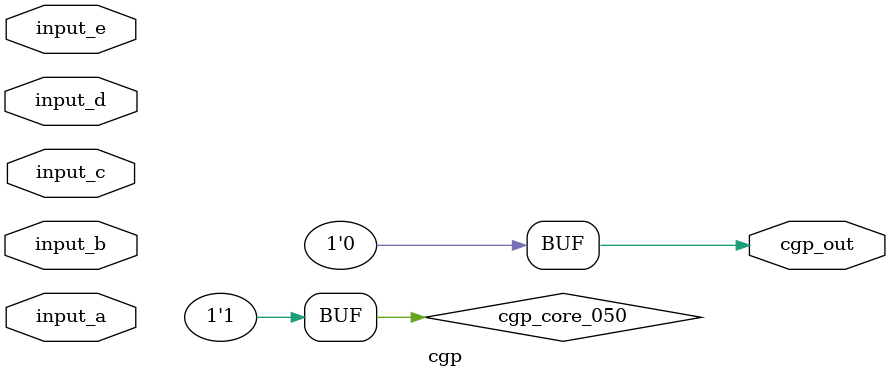
<source format=v>
module cgp(input [1:0] input_a, input [1:0] input_b, input [1:0] input_c, input [1:0] input_d, input [1:0] input_e, output [0:0] cgp_out);
  wire cgp_core_012;
  wire cgp_core_014;
  wire cgp_core_018;
  wire cgp_core_023_not;
  wire cgp_core_024;
  wire cgp_core_026;
  wire cgp_core_027;
  wire cgp_core_030;
  wire cgp_core_031;
  wire cgp_core_032;
  wire cgp_core_034;
  wire cgp_core_037;
  wire cgp_core_038;
  wire cgp_core_039;
  wire cgp_core_040;
  wire cgp_core_042;
  wire cgp_core_043;
  wire cgp_core_045;
  wire cgp_core_046;
  wire cgp_core_048;
  wire cgp_core_049;
  wire cgp_core_050;
  wire cgp_core_054_not;

  assign cgp_core_012 = ~input_b[0];
  assign cgp_core_014 = input_c[0] & input_a[0];
  assign cgp_core_018 = input_c[0] | input_a[0];
  assign cgp_core_023_not = ~input_d[0];
  assign cgp_core_024 = ~(input_c[1] | input_c[0]);
  assign cgp_core_026 = ~(input_d[1] | input_e[1]);
  assign cgp_core_027 = ~(input_b[0] ^ input_a[0]);
  assign cgp_core_030 = ~(input_d[1] & input_e[1]);
  assign cgp_core_031 = input_e[1] ^ input_a[0];
  assign cgp_core_032 = ~(input_e[0] | input_c[0]);
  assign cgp_core_034 = input_c[0] & input_b[0];
  assign cgp_core_037 = ~input_c[1];
  assign cgp_core_038 = input_c[0] & input_b[1];
  assign cgp_core_039 = input_c[1] ^ input_a[0];
  assign cgp_core_040 = ~(input_d[1] & input_c[1]);
  assign cgp_core_042 = ~input_c[1];
  assign cgp_core_043 = input_e[0] & input_b[0];
  assign cgp_core_045 = ~(input_b[0] & input_d[1]);
  assign cgp_core_046 = ~input_d[0];
  assign cgp_core_048 = input_d[1] ^ input_e[0];
  assign cgp_core_049 = input_d[0] & input_c[1];
  assign cgp_core_050 = ~(cgp_core_012 & input_b[0]);
  assign cgp_core_054_not = ~input_d[1];

  assign cgp_out[0] = 1'b0;
endmodule
</source>
